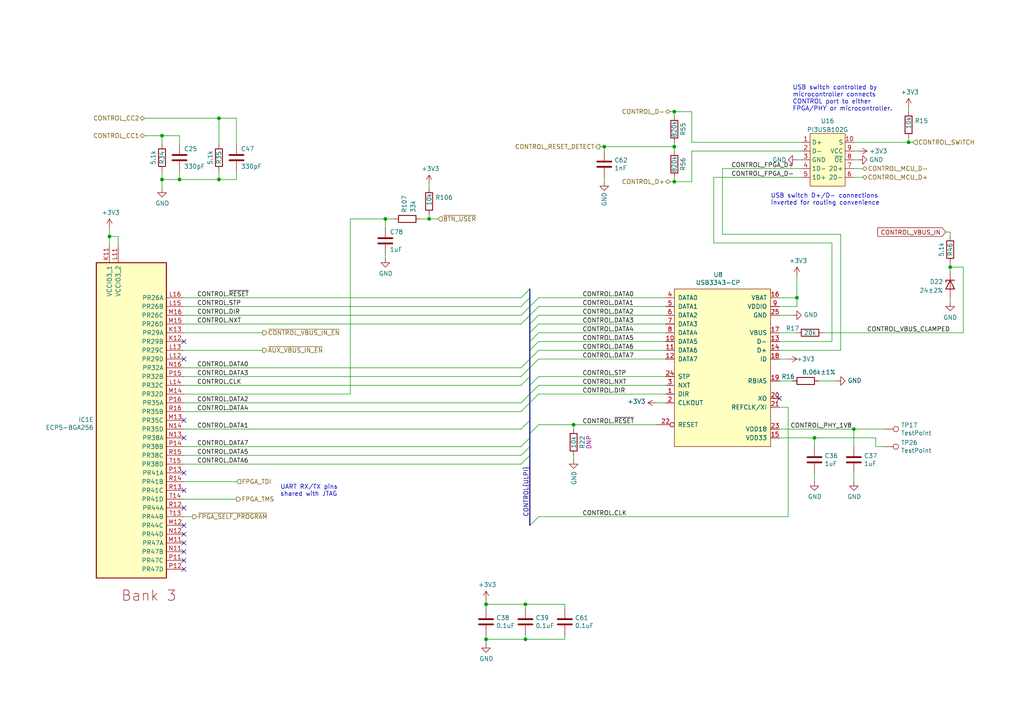
<source format=kicad_sch>
(kicad_sch (version 20211123) (generator eeschema)
  (paper "A4")
  (title_block (title "Cynthion") (date "${DATE}") (rev "${VERSION}") (company "Copyright 2019-2023 Great Scott Gadgets") (comment 1 "Licensed under the CERN-OHL-P v2"))
  (junction (at 52.07 52.07))
  (junction (at 63.5 34.29))
  (junction (at 152.4 175.26))
  (junction (at 124.46 63.5))
  (junction (at 195.58 52.705))
  (junction (at 231.14 86.36))
  (junction (at 111.76 63.5))
  (junction (at 31.75 68.58))
  (junction (at 46.99 52.07))
  (junction (at 166.37 123.19))
  (junction (at 195.58 42.545))
  (junction (at 140.97 175.26))
  (junction (at 152.4 185.42))
  (junction (at 263.525 41.275))
  (junction (at 236.22 127))
  (junction (at 140.97 185.42))
  (junction (at 175.26 42.545))
  (junction (at 247.65 124.46))
  (junction (at 195.58 32.385))
  (junction (at 63.5 52.07))
  (junction (at 46.99 39.37))
  (junction (at 275.59 77.47))
  (no_connect (at 53.34 154.94))
  (no_connect (at 53.34 104.14))
  (no_connect (at 53.34 160.02))
  (no_connect (at 53.34 137.16))
  (no_connect (at 53.34 157.48))
  (no_connect (at 53.34 162.56))
  (no_connect (at 53.34 142.24))
  (no_connect (at 53.34 99.06))
  (no_connect (at 53.34 165.1))
  (no_connect (at 53.34 121.92))
  (no_connect (at 53.34 152.4))
  (no_connect (at 226.06 115.57))
  (no_connect (at 53.34 127))
  (no_connect (at 53.34 147.32))
  (bus_entry (at 151.13 111.76) (size 2.54 -2.54))
  (bus_entry (at 156.21 114.3) (size -2.54 2.54))
  (bus_entry (at 156.21 86.36) (size -2.54 2.54))
  (bus_entry (at 151.13 106.68) (size 2.54 -2.54))
  (bus_entry (at 151.13 132.08) (size 2.54 -2.54))
  (bus_entry (at 153.67 152.4) (size 2.54 -2.54))
  (bus_entry (at 153.67 104.14) (size 2.54 -2.54))
  (bus_entry (at 153.67 111.76) (size 2.54 -2.54))
  (bus_entry (at 151.13 109.22) (size 2.54 -2.54))
  (bus_entry (at 153.67 106.68) (size 2.54 -2.54))
  (bus_entry (at 153.67 99.06) (size 2.54 -2.54))
  (bus_entry (at 151.13 91.44) (size 2.54 -2.54))
  (bus_entry (at 151.13 88.9) (size 2.54 -2.54))
  (bus_entry (at 153.67 96.52) (size 2.54 -2.54))
  (bus_entry (at 153.67 101.6) (size 2.54 -2.54))
  (bus_entry (at 153.67 93.98) (size 2.54 -2.54))
  (bus_entry (at 151.13 119.38) (size 2.54 -2.54))
  (bus_entry (at 153.67 83.82) (size -2.54 2.54))
  (bus_entry (at 153.67 125.73) (size 2.54 -2.54))
  (bus_entry (at 151.13 129.54) (size 2.54 -2.54))
  (bus_entry (at 151.13 116.84) (size 2.54 -2.54))
  (bus_entry (at 156.21 111.76) (size -2.54 2.54))
  (bus_entry (at 151.13 134.62) (size 2.54 -2.54))
  (bus_entry (at 151.13 93.98) (size 2.54 -2.54))
  (bus_entry (at 151.13 124.46) (size 2.54 -2.54))
  (bus_entry (at 153.67 91.44) (size 2.54 -2.54))
  (wire (pts (xy 53.34 132.08) (xy 151.13 132.08)))
  (wire (pts (xy 152.4 185.42) (xy 140.97 185.42)))
  (wire (pts (xy 275.59 77.47) (xy 279.4 77.47)))
  (wire (pts (xy 207.01 70.485) (xy 207.01 51.435)))
  (wire (pts (xy 229.87 110.49) (xy 226.06 110.49)))
  (bus (pts (xy 153.67 111.76) (xy 153.67 114.3)))
  (wire (pts (xy 101.6 114.3) (xy 53.34 114.3)))
  (wire (pts (xy 166.37 123.19) (xy 190.5 123.19)))
  (wire (pts (xy 166.37 132.08) (xy 166.37 133.35)))
  (wire (pts (xy 193.04 91.44) (xy 156.21 91.44)))
  (wire (pts (xy 124.46 63.5) (xy 124.46 62.23)))
  (wire (pts (xy 195.58 32.385) (xy 194.31 32.385)))
  (wire (pts (xy 275.59 67.31) (xy 274.32 67.31)))
  (wire (pts (xy 195.58 33.655) (xy 195.58 32.385)))
  (bus (pts (xy 153.67 116.84) (xy 153.67 121.92)))
  (bus (pts (xy 153.67 93.98) (xy 153.67 96.52)))
  (wire (pts (xy 200.66 52.705) (xy 200.66 43.815)))
  (wire (pts (xy 121.92 63.5) (xy 124.46 63.5)))
  (wire (pts (xy 226.06 124.46) (xy 247.65 124.46)))
  (wire (pts (xy 195.58 51.435) (xy 195.58 52.705)))
  (wire (pts (xy 53.34 129.54) (xy 151.13 129.54)))
  (bus (pts (xy 153.67 132.08) (xy 153.67 152.4)))
  (wire (pts (xy 243.84 101.6) (xy 226.06 101.6)))
  (wire (pts (xy 263.525 31.115) (xy 263.525 32.385)))
  (wire (pts (xy 231.14 86.36) (xy 231.14 80.01)))
  (wire (pts (xy 53.34 111.76) (xy 151.13 111.76)))
  (bus (pts (xy 153.67 83.82) (xy 153.67 86.36)))
  (wire (pts (xy 263.525 41.275) (xy 247.65 41.275)))
  (wire (pts (xy 247.65 46.355) (xy 248.92 46.355)))
  (bus (pts (xy 153.67 129.54) (xy 153.67 132.08)))
  (wire (pts (xy 193.04 93.98) (xy 156.21 93.98)))
  (wire (pts (xy 140.97 175.26) (xy 152.4 175.26)))
  (wire (pts (xy 195.58 52.705) (xy 200.66 52.705)))
  (wire (pts (xy 68.58 52.07) (xy 63.5 52.07)))
  (bus (pts (xy 153.67 88.9) (xy 153.67 91.44)))
  (wire (pts (xy 53.34 144.78) (xy 68.58 144.78)))
  (wire (pts (xy 140.97 175.26) (xy 140.97 176.53)))
  (wire (pts (xy 31.75 71.12) (xy 31.75 68.58)))
  (wire (pts (xy 195.58 42.545) (xy 175.26 42.545)))
  (wire (pts (xy 53.34 134.62) (xy 151.13 134.62)))
  (wire (pts (xy 275.59 76.2) (xy 275.59 77.47)))
  (wire (pts (xy 46.99 41.91) (xy 46.99 39.37)))
  (bus (pts (xy 153.67 125.73) (xy 153.67 127)))
  (wire (pts (xy 152.4 184.15) (xy 152.4 185.42)))
  (wire (pts (xy 231.14 96.52) (xy 226.06 96.52)))
  (wire (pts (xy 231.14 86.36) (xy 231.14 88.9)))
  (wire (pts (xy 247.65 129.54) (xy 247.65 124.46)))
  (wire (pts (xy 68.58 139.7) (xy 53.34 139.7)))
  (wire (pts (xy 226.06 118.11) (xy 228.6 118.11)))
  (wire (pts (xy 53.34 86.36) (xy 151.13 86.36)))
  (wire (pts (xy 209.55 48.895) (xy 209.55 67.945)))
  (wire (pts (xy 52.07 49.53) (xy 52.07 52.07)))
  (wire (pts (xy 68.58 41.91) (xy 68.58 34.29)))
  (wire (pts (xy 31.75 68.58) (xy 34.29 68.58)))
  (wire (pts (xy 175.26 42.545) (xy 173.99 42.545)))
  (wire (pts (xy 140.97 184.15) (xy 140.97 185.42)))
  (bus (pts (xy 153.67 86.36) (xy 153.67 88.9)))
  (bus (pts (xy 153.67 121.92) (xy 153.67 125.73)))
  (wire (pts (xy 193.04 86.36) (xy 156.21 86.36)))
  (wire (pts (xy 193.04 101.6) (xy 156.21 101.6)))
  (wire (pts (xy 232.41 43.815) (xy 200.66 43.815)))
  (wire (pts (xy 241.3 99.06) (xy 241.3 70.485)))
  (wire (pts (xy 193.04 88.9) (xy 156.21 88.9)))
  (wire (pts (xy 166.37 123.19) (xy 156.21 123.19)))
  (wire (pts (xy 53.34 91.44) (xy 151.13 91.44)))
  (wire (pts (xy 200.66 32.385) (xy 195.58 32.385)))
  (wire (pts (xy 228.6 149.86) (xy 228.6 118.11)))
  (wire (pts (xy 175.26 42.545) (xy 175.26 43.815)))
  (wire (pts (xy 209.55 67.945) (xy 243.84 67.945)))
  (wire (pts (xy 163.83 184.15) (xy 163.83 185.42)))
  (wire (pts (xy 163.83 185.42) (xy 152.4 185.42)))
  (wire (pts (xy 226.06 127) (xy 236.22 127)))
  (bus (pts (xy 153.67 104.14) (xy 153.67 106.68)))
  (bus (pts (xy 153.67 127) (xy 153.67 129.54)))
  (bus (pts (xy 153.67 114.3) (xy 153.67 116.84)))
  (wire (pts (xy 247.65 139.7) (xy 247.65 137.16)))
  (wire (pts (xy 193.04 104.14) (xy 156.21 104.14)))
  (wire (pts (xy 46.99 39.37) (xy 41.91 39.37)))
  (wire (pts (xy 46.99 52.07) (xy 46.99 54.61)))
  (wire (pts (xy 247.65 124.46) (xy 256.54 124.46)))
  (wire (pts (xy 226.06 91.44) (xy 229.87 91.44)))
  (wire (pts (xy 200.66 41.275) (xy 232.41 41.275)))
  (wire (pts (xy 31.75 66.04) (xy 31.75 68.58)))
  (wire (pts (xy 55.88 149.86) (xy 53.34 149.86)))
  (wire (pts (xy 209.55 48.895) (xy 232.41 48.895)))
  (wire (pts (xy 124.46 63.5) (xy 127 63.5)))
  (wire (pts (xy 111.76 66.04) (xy 111.76 63.5)))
  (wire (pts (xy 200.66 41.275) (xy 200.66 32.385)))
  (wire (pts (xy 236.22 127) (xy 236.22 129.54)))
  (wire (pts (xy 228.6 104.14) (xy 226.06 104.14)))
  (wire (pts (xy 53.34 119.38) (xy 151.13 119.38)))
  (wire (pts (xy 53.34 116.84) (xy 151.13 116.84)))
  (wire (pts (xy 124.46 53.34) (xy 124.46 54.61)))
  (wire (pts (xy 194.31 52.705) (xy 195.58 52.705)))
  (wire (pts (xy 231.14 46.355) (xy 232.41 46.355)))
  (wire (pts (xy 226.06 86.36) (xy 231.14 86.36)))
  (wire (pts (xy 140.97 185.42) (xy 140.97 186.69)))
  (wire (pts (xy 166.37 123.19) (xy 166.37 124.46)))
  (bus (pts (xy 153.67 109.22) (xy 153.67 111.76)))
  (wire (pts (xy 195.58 41.275) (xy 195.58 42.545)))
  (bus (pts (xy 153.67 106.68) (xy 153.67 109.22)))
  (wire (pts (xy 140.97 173.99) (xy 140.97 175.26)))
  (wire (pts (xy 247.65 51.435) (xy 250.19 51.435)))
  (wire (pts (xy 163.83 175.26) (xy 163.83 176.53)))
  (wire (pts (xy 53.34 93.98) (xy 151.13 93.98)))
  (wire (pts (xy 275.59 68.58) (xy 275.59 67.31)))
  (bus (pts (xy 153.67 101.6) (xy 153.67 104.14)))
  (wire (pts (xy 52.07 41.91) (xy 52.07 39.37)))
  (wire (pts (xy 279.4 77.47) (xy 279.4 96.52)))
  (wire (pts (xy 275.59 77.47) (xy 275.59 78.74)))
  (wire (pts (xy 195.58 42.545) (xy 195.58 43.815)))
  (wire (pts (xy 231.14 88.9) (xy 226.06 88.9)))
  (wire (pts (xy 46.99 49.53) (xy 46.99 52.07)))
  (wire (pts (xy 193.04 96.52) (xy 156.21 96.52)))
  (wire (pts (xy 156.21 149.86) (xy 228.6 149.86)))
  (wire (pts (xy 207.01 51.435) (xy 232.41 51.435)))
  (bus (pts (xy 153.67 96.52) (xy 153.67 99.06)))
  (wire (pts (xy 254 127) (xy 236.22 127)))
  (wire (pts (xy 52.07 52.07) (xy 63.5 52.07)))
  (wire (pts (xy 156.21 111.76) (xy 193.04 111.76)))
  (wire (pts (xy 34.29 68.58) (xy 34.29 71.12)))
  (wire (pts (xy 156.21 109.22) (xy 193.04 109.22)))
  (wire (pts (xy 46.99 52.07) (xy 52.07 52.07)))
  (wire (pts (xy 193.04 99.06) (xy 156.21 99.06)))
  (bus (pts (xy 153.67 99.06) (xy 153.67 101.6)))
  (wire (pts (xy 193.04 116.84) (xy 190.5 116.84)))
  (wire (pts (xy 53.34 124.46) (xy 151.13 124.46)))
  (wire (pts (xy 111.76 74.93) (xy 111.76 73.66)))
  (wire (pts (xy 68.58 34.29) (xy 63.5 34.29)))
  (wire (pts (xy 53.34 88.9) (xy 151.13 88.9)))
  (wire (pts (xy 53.34 96.52) (xy 76.2 96.52)))
  (wire (pts (xy 101.6 114.3) (xy 101.6 63.5)))
  (wire (pts (xy 279.4 96.52) (xy 238.76 96.52)))
  (wire (pts (xy 248.92 43.815) (xy 247.65 43.815)))
  (wire (pts (xy 175.26 51.435) (xy 175.26 52.705)))
  (wire (pts (xy 152.4 175.26) (xy 163.83 175.26)))
  (wire (pts (xy 68.58 49.53) (xy 68.58 52.07)))
  (wire (pts (xy 53.34 106.68) (xy 151.13 106.68)))
  (wire (pts (xy 46.99 39.37) (xy 52.07 39.37)))
  (wire (pts (xy 275.59 86.36) (xy 275.59 87.63)))
  (bus (pts (xy 153.67 91.44) (xy 153.67 93.98)))
  (wire (pts (xy 263.525 41.275) (xy 264.795 41.275)))
  (wire (pts (xy 63.5 52.07) (xy 63.5 49.53)))
  (wire (pts (xy 226.06 99.06) (xy 241.3 99.06)))
  (wire (pts (xy 263.525 40.005) (xy 263.525 41.275)))
  (wire (pts (xy 256.54 129.54) (xy 254 129.54)))
  (wire (pts (xy 236.22 139.7) (xy 236.22 137.16)))
  (wire (pts (xy 156.21 114.3) (xy 193.04 114.3)))
  (wire (pts (xy 241.3 70.485) (xy 207.01 70.485)))
  (wire (pts (xy 63.5 41.91) (xy 63.5 34.29)))
  (wire (pts (xy 242.57 110.49) (xy 237.49 110.49)))
  (wire (pts (xy 243.84 67.945) (xy 243.84 101.6)))
  (wire (pts (xy 254 129.54) (xy 254 127)))
  (wire (pts (xy 250.19 48.895) (xy 247.65 48.895)))
  (wire (pts (xy 53.34 109.22) (xy 151.13 109.22)))
  (wire (pts (xy 152.4 175.26) (xy 152.4 176.53)))
  (wire (pts (xy 76.2 101.6) (xy 53.34 101.6)))
  (wire (pts (xy 114.3 63.5) (xy 111.76 63.5)))
  (wire (pts (xy 101.6 63.5) (xy 111.76 63.5)))
  (wire (pts (xy 41.91 34.29) (xy 63.5 34.29)))
  (text "USB switch controlled by \nmicrocontroller connects\nCONTROL port to either\nFPGA/PHY or microcontroller." (at 229.87 32.385 0) (effects (font (size 1.27 1.27)) (justify left bottom)))
  (text "USB switch D+/D- connections\ninverted for routing convenience" (at 223.52 59.69 0) (effects (font (size 1.27 1.27)) (justify left bottom)))
  (text "UART RX/TX pins\nshared with JTAG" (at 81.28 144.145 0) (effects (font (size 1.27 1.27)) (justify left bottom)))
  (label "CONTROL.CLK" (at 57.15 111.76 0))
  (label "CONTROL.DATA0" (at 57.15 106.68 0))
  (label "CONTROL_VBUS_CLAMPED" (at 251.46 96.52 0))
  (label "CONTROL.DATA5" (at 168.91 99.06 0))
  (label "CONTROL.STP" (at 168.91 109.22 0))
  (label "CONTROL.DATA2" (at 168.91 91.44 0))
  (label "CONTROL.DIR" (at 168.91 114.3 0))
  (label "CONTROL.DATA4" (at 57.15 119.38 0))
  (label "CONTROL.DATA3" (at 168.91 93.98 0))
  (label "CONTROL_PHY_1V8" (at 229.235 124.46 0))
  (label "CONTROL.CLK" (at 168.91 149.86 0))
  (label "CONTROL.DATA4" (at 168.91 96.52 0))
  (label "CONTROL.DATA7" (at 57.15 129.54 0))
  (label "CONTROL.DATA2" (at 57.15 116.84 0))
  (label "CONTROL.DIR" (at 57.15 91.44 0))
  (label "CONTROL.DATA1" (at 57.15 124.46 0))
  (label "CONTROL_FPGA_D+" (at 212.09 48.895 0))
  (label "CONTROL.DATA1" (at 168.91 88.9 0))
  (label "CONTROL.STP" (at 57.15 88.9 0))
  (label "CONTROL.DATA6" (at 57.15 134.62 0))
  (label "CONTROL{ULPI}" (at 153.67 149.86 90))
  (label "CONTROL.DATA0" (at 168.91 86.36 0))
  (label "CONTROL.DATA5" (at 57.15 132.08 0))
  (label "CONTROL.NXT" (at 168.91 111.76 0))
  (label "CONTROL.DATA6" (at 168.91 101.6 0))
  (label "CONTROL_FPGA_D-" (at 212.09 51.435 0))
  (label "CONTROL.~{RESET}" (at 168.91 123.19 0))
  (label "CONTROL.NXT" (at 57.15 93.98 0))
  (label "CONTROL.~{RESET}" (at 57.15 86.36 0))
  (label "CONTROL.DATA7" (at 168.91 104.14 0))
  (label "CONTROL.DATA3" (at 57.15 109.22 0))
  (global_label "CONTROL_VBUS_IN" (shape input) (at 274.32 67.31 180) (property "Intersheet References" "${INTERSHEET_REFS}" (effects hide)))
  (hierarchical_label "CONTROL_CC1" (shape bidirectional) (at 41.91 39.37 180))
  (hierarchical_label "~{AUX_VBUS_IN_EN}" (shape output) (at 76.2 101.6 0))
  (hierarchical_label "CONTROL_MCU_D+" (shape bidirectional) (at 250.19 51.435 0))
  (hierarchical_label "FPGA_TDI" (shape input) (at 68.58 139.7 0))
  (hierarchical_label "CONTROL_CC2" (shape bidirectional) (at 41.91 34.29 180))
  (hierarchical_label "CONTROL_MCU_D-" (shape bidirectional) (at 250.19 48.895 0))
  (hierarchical_label "CONTROL_RESET_DETECT" (shape output) (at 173.99 42.545 180))
  (hierarchical_label "~{BTN_USER}" (shape input) (at 127 63.5 0))
  (hierarchical_label "CONTROL_SWITCH" (shape input) (at 264.795 41.275 0))
  (hierarchical_label "~{CONTROL_VBUS_IN_EN}" (shape output) (at 76.2 96.52 0))
  (hierarchical_label "~{FPGA_SELF_PROGRAM}" (shape output) (at 55.88 149.86 0))
  (hierarchical_label "FPGA_TMS" (shape output) (at 68.58 144.78 0))
  (hierarchical_label "CONTROL_D+" (shape bidirectional) (at 194.31 52.705 180))
  (hierarchical_label "CONTROL_D-" (shape bidirectional) (at 194.31 32.385 180))
  (symbol (lib_id "usb:USB3343") (at 193.04 83.82 0) (unit 1)
    (property "Reference" "U8" (at 208.28 79.6798 0))
    (property "Value" "USB3343-CP" (at 208.28 81.9658 0))
    (property "Footprint" "Package_DFN_QFN:VQFN-24-1EP_4x4mm_P0.5mm_EP2.45x2.45mm" (effects hide))
    (property "Datasheet" "http://ww1.microchip.com/downloads/en/DeviceDoc/334x.pdf" (effects hide))
    (property "Description" "IC TRANSCEIVER 1/1 24QFN" (effects hide))
    (property "Manufacturer" "Microchip" (effects hide))
    (property "Part Number" "USB3343-CP" (effects hide))
  )
  (symbol (lib_id "power:+3V3") (at 31.75 66.04 0) (unit 1)
    (property "Reference" "#PWR057" (effects hide))
    (property "Value" "+3V3" (at 32.1056 61.6458 0))
  )
  (symbol (lib_id "power:+3V3") (at 190.5 116.84 90) (unit 1)
    (property "Reference" "#PWR058" (effects hide))
    (property "Value" "+3V3" (at 187.2488 116.459 90) (effects (justify left)))
  )
  (symbol (lib_id "Device:C") (at 236.22 133.35 0) (unit 1)
    (property "Reference" "C36" (at 239.141 132.207 0) (effects (justify left)))
    (property "Value" "1uF" (at 239.141 134.493 0) (effects (justify left)))
    (property "Footprint" "Capacitor_SMD:C_0402_1005Metric" (effects hide))
    (property "Part Number" "CL05A105MQ5NNNC" (effects hide))
    (property "Substitution" "CL05A105KQ5NNNC, CL05A105KP5NNNC, CL05A105KO5NNNC" (effects hide))
    (property "Description" "CAP CER 1UF 6.3V X5R 0402 20%" (effects hide))
    (property "Manufacturer" "Samsung" (effects hide))
  )
  (symbol (lib_id "power:GND") (at 236.22 139.7 0) (unit 1)
    (property "Reference" "#PWR062" (effects hide))
    (property "Value" "GND" (at 236.3216 144.0688 0))
  )
  (symbol (lib_id "Device:C") (at 247.65 133.35 0) (unit 1)
    (property "Reference" "C37" (at 250.571 132.207 0) (effects (justify left)))
    (property "Value" "1uF" (at 250.571 134.493 0) (effects (justify left)))
    (property "Footprint" "Capacitor_SMD:C_0402_1005Metric" (effects hide))
    (property "Part Number" "CL05A105MQ5NNNC" (effects hide))
    (property "Substitution" "CL05A105KQ5NNNC, CL05A105KP5NNNC, CL05A105KO5NNNC" (effects hide))
    (property "Description" "CAP CER 1UF 6.3V X5R 0402 20%" (effects hide))
    (property "Manufacturer" "Samsung" (effects hide))
  )
  (symbol (lib_id "power:GND") (at 247.65 139.7 0) (unit 1)
    (property "Reference" "#PWR064" (effects hide))
    (property "Value" "GND" (at 247.7516 144.0688 0))
  )
  (symbol (lib_id "power:GND") (at 229.87 91.44 90) (unit 1)
    (property "Reference" "#PWR059" (effects hide))
    (property "Value" "GND" (at 233.1212 91.313 90) (effects (justify right)))
  )
  (symbol (lib_id "power:+3V3") (at 231.14 80.01 0) (unit 1)
    (property "Reference" "#PWR061" (effects hide))
    (property "Value" "+3V3" (at 231.4956 75.6158 0))
  )
  (symbol (lib_id "Device:R") (at 233.68 110.49 270) (unit 1)
    (property "Reference" "R16" (at 228.6 109.22 90))
    (property "Value" "8.06k±1%" (at 237.49 107.95 90))
    (property "Footprint" "Resistor_SMD:R_0402_1005Metric" (effects hide))
    (property "Description" "RES SMD 8.06K OHM 1% 1/10W 0402" (effects hide))
    (property "Manufacturer" "Panasonic" (effects hide))
    (property "Part Number" "ERJ-2RKF8061X" (effects hide))
    (property "Substitution" "any equivalent" (effects hide))
  )
  (symbol (lib_id "power:GND") (at 242.57 110.49 90) (unit 1)
    (property "Reference" "#PWR063" (effects hide))
    (property "Value" "GND" (at 245.8212 110.363 90) (effects (justify right)))
  )
  (symbol (lib_id "Device:R") (at 234.95 96.52 270) (unit 1)
    (property "Reference" "R17" (at 229.87 95.25 90))
    (property "Value" "20k" (at 234.95 96.52 90))
    (property "Footprint" "Resistor_SMD:R_0402_1005Metric" (effects hide))
    (property "Description" "RES SMD 20K OHM 5% 1/16W 0402" (effects hide))
    (property "Manufacturer" "Yageo" (effects hide))
    (property "Part Number" "RC0402JR-0720KL" (effects hide))
    (property "Substitution" "any equivalent" (effects hide))
  )
  (symbol (lib_id "Device:C") (at 140.97 180.34 0) (unit 1)
    (property "Reference" "C38" (at 143.891 179.197 0) (effects (justify left)))
    (property "Value" "0.1uF" (at 143.891 181.483 0) (effects (justify left)))
    (property "Footprint" "Capacitor_SMD:C_0402_1005Metric" (effects hide))
    (property "Part Number" "CL05A104KA5NNNC" (effects hide))
    (property "Substitution" "any equivalent" (effects hide))
    (property "Description" "CAP CER 0.1UF 25V X5R 0402" (effects hide))
    (property "Manufacturer" "Samsung" (effects hide))
  )
  (symbol (lib_id "Device:C") (at 152.4 180.34 0) (unit 1)
    (property "Reference" "C39" (at 155.321 179.197 0) (effects (justify left)))
    (property "Value" "0.1uF" (at 155.321 181.483 0) (effects (justify left)))
    (property "Footprint" "Capacitor_SMD:C_0402_1005Metric" (effects hide))
    (property "Part Number" "CL05A104KA5NNNC" (effects hide))
    (property "Substitution" "any equivalent" (effects hide))
    (property "Description" "CAP CER 0.1UF 25V X5R 0402" (effects hide))
    (property "Manufacturer" "Samsung" (effects hide))
  )
  (symbol (lib_id "power:+3V3") (at 140.97 173.99 0) (unit 1)
    (property "Reference" "#PWR067" (effects hide))
    (property "Value" "+3V3" (at 141.3256 169.5958 0))
  )
  (symbol (lib_id "power:GND") (at 140.97 186.69 0) (unit 1)
    (property "Reference" "#PWR066" (effects hide))
    (property "Value" "GND" (at 141.0716 191.0588 0))
  )
  (symbol (lib_id "Device:R") (at 166.37 128.27 0) (unit 1)
    (property "Reference" "R22" (at 168.91 128.27 90))
    (property "Value" "10k" (at 166.37 128.27 90))
    (property "Footprint" "Resistor_SMD:R_0402_1005Metric" (effects hide))
    (property "Part Number" "RC0402JR-0710KL" (effects hide))
    (property "Substitution" "any equivalent" (effects hide))
    (property "Description" "RES 10K OHM 5% 1/16W 0402" (effects hide))
    (property "Manufacturer" "Yageo" (effects hide))
    (property "DNP" "DNP" (at 170.815 128.27 90))
  )
  (symbol (lib_id "power:GND") (at 166.37 133.35 0) (unit 1)
    (property "Reference" "#PWR0101" (effects hide))
    (property "Value" "GND" (at 166.497 136.6012 90) (effects (justify right)))
  )
  (symbol (lib_id "power:GND") (at 46.99 54.61 0) (unit 1)
    (property "Reference" "#PWR010" (effects hide))
    (property "Value" "GND" (at 47.0916 58.9788 0))
  )
  (symbol (lib_id "Device:C") (at 68.58 45.72 0) (unit 1)
    (property "Reference" "C47" (at 69.85 43.18 0) (effects (justify left)))
    (property "Value" "330pF" (at 69.85 48.26 0) (effects (justify left)))
    (property "Footprint" "Capacitor_SMD:C_0402_1005Metric" (effects hide))
    (property "Part Number" "CL05C331JB5NNNC" (effects hide))
    (property "Substitution" "any equivalent" (effects hide))
    (property "Description" "CAP CER 330PF 50V C0G/NP0 0402" (effects hide))
    (property "Manufacturer" "Samsung" (effects hide))
  )
  (symbol (lib_id "Device:C") (at 52.07 45.72 0) (unit 1)
    (property "Reference" "C25" (at 53.34 43.18 0) (effects (justify left)))
    (property "Value" "330pF" (at 53.34 48.26 0) (effects (justify left)))
    (property "Footprint" "Capacitor_SMD:C_0402_1005Metric" (effects hide))
    (property "Part Number" "CL05C331JB5NNNC" (effects hide))
    (property "Substitution" "any equivalent" (effects hide))
    (property "Description" "CAP CER 330PF 50V C0G/NP0 0402" (effects hide))
    (property "Manufacturer" "Samsung" (effects hide))
  )
  (symbol (lib_id "power:+3V3") (at 228.6 104.14 270) (unit 1)
    (property "Reference" "#PWR0126" (effects hide))
    (property "Value" "+3V3" (at 233.68 104.14 90))
  )
  (symbol (lib_id "Device:R") (at 46.99 45.72 0) (mirror x) (unit 1)
    (property "Reference" "R34" (at 46.99 45.72 90))
    (property "Value" "5.1k" (at 44.45 45.72 90))
    (property "Footprint" "Resistor_SMD:R_0402_1005Metric" (effects hide))
    (property "Part Number" "RC0402JR-075K1L" (effects hide))
    (property "Substitution" "any equivalent" (effects hide))
    (property "Description" "RES 5.1K OHM 5% 1/16W 0402" (effects hide))
    (property "Manufacturer" "Yageo" (effects hide))
  )
  (symbol (lib_id "Device:R") (at 63.5 45.72 0) (mirror x) (unit 1)
    (property "Reference" "R35" (at 63.5 45.72 90))
    (property "Value" "5.1k" (at 60.96 45.72 90))
    (property "Footprint" "Resistor_SMD:R_0402_1005Metric" (effects hide))
    (property "Part Number" "RC0402JR-075K1L" (effects hide))
    (property "Substitution" "any equivalent" (effects hide))
    (property "Description" "RES 5.1K OHM 5% 1/16W 0402" (effects hide))
    (property "Manufacturer" "Yageo" (effects hide))
  )
  (symbol (lib_id "Connector:TestPoint") (at 256.54 124.46 270) (unit 1) (in_bom no)
    (property "Reference" "TP17" (at 261.2898 123.317 90) (effects (justify left)))
    (property "Value" "TestPoint" (at 261.2898 125.603 90) (effects (justify left)))
    (property "Footprint" "TestPoint:TestPoint_Pad_D1.0mm" (effects hide))
  )
  (symbol (lib_id "fpgas_and_processors:ECP5-BGA256") (at 27.94 76.2 0) (unit 5)
    (property "Reference" "IC1" (at 27.178 121.7168 0) (effects (justify right)))
    (property "Value" "ECP5-BGA256" (at 27.178 124.0028 0) (effects (justify right)))
    (property "Footprint" "luna:lattice_cabga256" (effects hide))
    (property "Description" "FPGA - Field Programmable Gate Array ECP5; 12k LUTs; 1.1V" (effects hide))
    (property "Manufacturer" "Lattice" (effects hide))
    (property "Part Number" "LFE5U-12F-6BG256C" (effects hide))
    (property "Substitution" "LFE5U-12F-*BG256*, LFE5U-25F-*BG256*" (effects hide))
  )
  (symbol (lib_id "power:+3V3") (at 263.525 31.115 0) (unit 1)
    (property "Reference" "#PWR0149" (effects hide))
    (property "Value" "+3V3" (at 263.8806 26.7208 0))
  )
  (symbol (lib_id "power:GND") (at 175.26 52.705 0) (unit 1)
    (property "Reference" "#PWR0150" (effects hide))
    (property "Value" "GND" (at 175.26 57.785 90))
  )
  (symbol (lib_id "Device:C") (at 175.26 47.625 0) (unit 1)
    (property "Reference" "C62" (at 178.181 46.482 0) (effects (justify left)))
    (property "Value" "1nF" (at 178.181 48.768 0) (effects (justify left)))
    (property "Footprint" "Capacitor_SMD:C_0402_1005Metric" (effects hide))
    (property "Part Number" "CL05B102KB5NNNC" (effects hide))
    (property "Substitution" "any equivalent" (effects hide))
    (property "Description" "CAP CER 1000PF 50V X7R 0402" (effects hide))
    (property "Manufacturer" "Samsung" (effects hide))
  )
  (symbol (lib_id "power:+3V3") (at 124.46 53.34 0) (unit 1)
    (property "Reference" "#PWR016" (effects hide))
    (property "Value" "+3V3" (at 124.8156 48.9458 0))
  )
  (symbol (lib_id "Connector:TestPoint") (at 256.54 129.54 270) (unit 1) (in_bom no)
    (property "Reference" "TP26" (at 261.2898 128.397 90) (effects (justify left)))
    (property "Value" "TestPoint" (at 261.2898 130.683 90) (effects (justify left)))
    (property "Footprint" "TestPoint:TestPoint_Pad_D1.0mm" (effects hide))
  )
  (symbol (lib_id "power:GND") (at 111.76 74.93 0) (unit 1)
    (property "Reference" "#PWR089" (effects hide))
    (property "Value" "GND" (at 111.887 79.3242 0))
  )
  (symbol (lib_name "TC7USB42MU_1") (lib_id "usb:TC7USB42MU") (at 240.03 46.355 0) (unit 1)
    (property "Reference" "U16" (at 240.03 35.086 0))
    (property "Value" "PI3USB102G" (at 240.03 37.6229 0))
    (property "Footprint" "luna:Diodes_10-TQFN_ZL" (effects hide))
    (property "Datasheet" "https://www.diodes.com/assets/Datasheets/PI3USB102G.pdf" (effects hide))
    (property "Manufacturer" "Diodes Inc." (effects hide))
    (property "Part Number" "PI3USB102GZLEX" (effects hide))
    (property "Description" "IC USB 2.0 SWITCH 2:1 10TQFN" (effects hide))
  )
  (symbol (lib_id "power:+3V3") (at 248.92 43.815 270) (unit 1)
    (property "Reference" "#PWR0146" (effects hide))
    (property "Value" "+3V3" (at 252.095 43.815 90) (effects (justify left)))
  )
  (symbol (lib_id "Device:C") (at 111.76 69.85 0) (unit 1)
    (property "Reference" "C78" (at 113.03 67.31 0) (effects (justify left)))
    (property "Value" "1uF" (at 113.03 72.39 0) (effects (justify left)))
    (property "Footprint" "Capacitor_SMD:C_0402_1005Metric" (effects hide))
    (property "Part Number" "CL05A105MQ5NNNC" (effects hide))
    (property "Substitution" "CL05A105KQ5NNNC, CL05A105KP5NNNC, CL05A105KO5NNNC" (effects hide))
    (property "Description" "CAP CER 1UF 6.3V X5R 0402 20%" (effects hide))
    (property "Manufacturer" "Samsung" (effects hide))
  )
  (symbol (lib_id "power:GND") (at 248.92 46.355 90) (unit 1)
    (property "Reference" "#PWR0148" (effects hide))
    (property "Value" "GND" (at 252.095 46.355 90) (effects (justify right)))
  )
  (symbol (lib_id "Device:R") (at 263.525 36.195 0) (unit 1)
    (property "Reference" "R15" (at 265.303 35.052 0) (effects (justify left)))
    (property "Value" "10k" (at 263.525 37.465 90) (effects (justify left)))
    (property "Footprint" "Resistor_SMD:R_0402_1005Metric" (effects hide))
    (property "Part Number" "RC0402JR-0710KL" (effects hide))
    (property "Substitution" "any equivalent" (effects hide))
    (property "Description" "RES 10K OHM 5% 1/16W 0402" (effects hide))
    (property "Manufacturer" "Yageo" (effects hide))
  )
  (symbol (lib_id "Device:R") (at 195.58 47.625 0) (unit 1)
    (property "Reference" "R56" (at 198.12 47.625 90))
    (property "Value" "820k" (at 195.58 47.625 90))
    (property "Footprint" "Resistor_SMD:R_0402_1005Metric" (effects hide))
    (property "Part Number" "RC0402JR-07820KL" (effects hide))
    (property "Substitution" "any equivalent" (effects hide))
    (property "Description" "RES 820K OHM 5% 1/16W 0402" (effects hide))
    (property "Manufacturer" "Yageo" (effects hide))
  )
  (symbol (lib_id "Device:R") (at 118.11 63.5 90) (unit 1)
    (property "Reference" "R107" (at 117.2753 61.722 0) (effects (justify left)))
    (property "Value" "33k" (at 119.8122 61.722 0) (effects (justify left)))
    (property "Footprint" "Resistor_SMD:R_0402_1005Metric" (effects hide))
    (property "Description" "RES SMD 33K OHM 5% 1/10W 0402" (effects hide))
    (property "Manufacturer" "Panasonic" (effects hide))
    (property "Part Number" "ERJ-2GEJ333X" (effects hide))
    (property "Substitution" "any equivalent" (effects hide))
  )
  (symbol (lib_id "Device:R") (at 275.59 72.39 0) (mirror x) (unit 1)
    (property "Reference" "R46" (at 275.59 72.39 90))
    (property "Value" "5.1k" (at 273.05 72.39 90))
    (property "Footprint" "Resistor_SMD:R_0402_1005Metric" (effects hide))
    (property "Part Number" "RC0402JR-075K1L" (effects hide))
    (property "Substitution" "any equivalent" (effects hide))
    (property "Description" "RES 5.1K OHM 5% 1/16W 0402" (effects hide))
    (property "Manufacturer" "Yageo" (effects hide))
  )
  (symbol (lib_id "Device:R") (at 124.46 58.42 0) (unit 1)
    (property "Reference" "R106" (at 126.238 57.277 0) (effects (justify left)))
    (property "Value" "10k" (at 124.46 59.69 90) (effects (justify left)))
    (property "Footprint" "Resistor_SMD:R_0402_1005Metric" (effects hide))
    (property "Part Number" "RC0402JR-0710KL" (effects hide))
    (property "Substitution" "any equivalent" (effects hide))
    (property "Description" "RES 10K OHM 5% 1/16W 0402" (effects hide))
    (property "Manufacturer" "Yageo" (effects hide))
  )
  (symbol (lib_id "power:GND") (at 231.14 46.355 270) (unit 1)
    (property "Reference" "#PWR0147" (effects hide))
    (property "Value" "GND" (at 226.06 46.355 90))
  )
  (symbol (lib_id "Device:R") (at 195.58 37.465 0) (unit 1)
    (property "Reference" "R55" (at 198.12 37.465 90))
    (property "Value" "820k" (at 195.58 37.465 90))
    (property "Footprint" "Resistor_SMD:R_0402_1005Metric" (effects hide))
    (property "Part Number" "RC0402JR-07820KL" (effects hide))
    (property "Substitution" "any equivalent" (effects hide))
    (property "Description" "RES 820K OHM 5% 1/16W 0402" (effects hide))
    (property "Manufacturer" "Yageo" (effects hide))
  )
  (symbol (lib_id "Device:D_Zener") (at 275.59 82.55 90) (mirror x) (unit 1)
    (property "Reference" "D22" (at 273.558 81.7153 90) (effects (justify left)))
    (property "Value" "24±2%" (at 273.558 84.2522 90) (effects (justify left)))
    (property "Footprint" "luna:DFN1006-2" (effects hide))
    (property "Datasheet" "https://assets.nexperia.com/documents/data-sheet/BZX884_BC_SER.pdf" (effects hide))
    (property "Manufacturer" "Nexperia" (effects hide))
    (property "Part Number" "BZX884-B24,315" (effects hide))
    (property "Description" "DIODE ZENER 24V 250MW DFN1006-2" (effects hide))
  )
  (symbol (lib_id "power:GND") (at 275.59 87.63 0) (mirror y) (unit 1)
    (property "Reference" "#PWR0156" (effects hide))
    (property "Value" "GND" (at 275.59 92.0734 0))
  )
  (symbol (lib_id "Device:C") (at 163.83 180.34 0) (unit 1)
    (property "Reference" "C61" (at 166.751 179.197 0) (effects (justify left)))
    (property "Value" "0.1uF" (at 166.751 181.483 0) (effects (justify left)))
    (property "Footprint" "Capacitor_SMD:C_0402_1005Metric" (effects hide))
    (property "Part Number" "CL05A104KA5NNNC" (effects hide))
    (property "Substitution" "any equivalent" (effects hide))
    (property "Description" "CAP CER 0.1UF 25V X5R 0402" (effects hide))
    (property "Manufacturer" "Samsung" (effects hide))
  )
)
</source>
